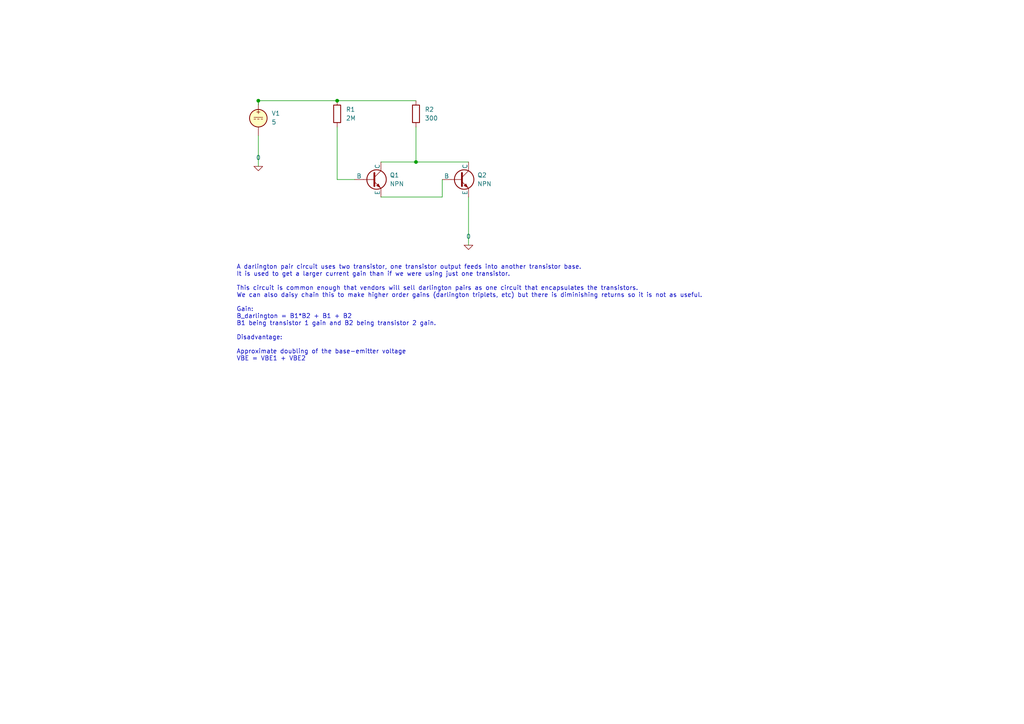
<source format=kicad_sch>
(kicad_sch (version 20230121) (generator eeschema)
  (paper "A4")
  (lib_symbols
    (symbol "Device:R" (pin_numbers hide) (pin_names (offset 0))
      (property "Reference" "R" (at 2.032 0 90))
      (property "Value" "R" (at 0 0 90))
      (symbol "R_0_1"
        (rectangle (start -1.016 -2.54) (end 1.016 2.54) (stroke (width 0.254)))
      )
      (symbol "R_1_1"
        (pin passive line (at 0 3.81 270) (length 1.27) (name "~") (number "1"))
        (pin passive line (at 0 -3.81 90) (length 1.27) (name "~") (number "2"))
      )
    )
    (symbol "Simulation_SPICE:0" (power) (pin_names (offset 0))
      (property "Value" "0" (at 0 -1.778 0))
      (symbol "0_0_1"
        (polyline (pts (xy -1.27 0) (xy 0 -1.27) (xy 1.27 0) (xy -1.27 0)))
      )
      (symbol "0_1_1"
        (pin power_in line (at 0 0 0) (length 0) hide (name "0") (number "1"))
      )
    )
    (symbol "Simulation_SPICE:NPN" (pin_numbers hide) (pin_names (offset 0))
      (property "Reference" "Q" (at -2.54 7.62 0))
      (property "Value" "NPN" (at -2.54 5.08 0))
      (symbol "NPN_0_1"
        (polyline (pts (xy -2.54 0) (xy 0.635 0)) (stroke (width 0.1524)))
        (polyline (pts (xy 0.635 0.635) (xy 2.54 2.54)))
        (polyline (pts (xy 2.794 -1.27) (xy 2.794 -1.27)) (stroke (width 0.1524)))
        (polyline (pts (xy 2.794 -1.27) (xy 2.794 -1.27)) (stroke (width 0.1524)))
        (polyline (pts (xy 0.635 -0.635) (xy 2.54 -2.54) (xy 2.54 -2.54)))
        (polyline (pts (xy 0.635 1.905) (xy 0.635 -1.905) (xy 0.635 -1.905)) (stroke (width 0.508)))
        (polyline (pts (xy 1.27 -1.778) (xy 1.778 -1.27) (xy 2.286 -2.286) (xy 1.27 -1.778) (xy 1.27 -1.778)) (fill (type outline)))
        (circle (center 1.27 0) (radius 2.8194) (stroke (width 0.254)))
      )
      (symbol "NPN_1_1"
        (pin open_collector line (at 2.54 5.08 270) (length 2.54) (name "C") (number "1"))
        (pin input line (at -5.08 0 0) (length 2.54) (name "B") (number "2"))
        (pin open_emitter line (at 2.54 -5.08 90) (length 2.54) (name "E") (number "3"))
      )
    )
    (symbol "Simulation_SPICE:VDC" (pin_numbers hide) (pin_names (offset 0.0254))
      (property "Reference" "V" (at 2.54 2.54 0))
      (property "Value" "1" (at 2.54 0 0))
      (symbol "VDC_0_0"
        (polyline (pts (xy -1.27 0.254) (xy 1.27 0.254)))
        (polyline (pts (xy -0.762 -0.254) (xy -1.27 -0.254)))
        (polyline (pts (xy 0.254 -0.254) (xy -0.254 -0.254)))
        (polyline (pts (xy 1.27 -0.254) (xy 0.762 -0.254)))
        (text "+" (at 0 1.905 0) (effects (font (size 1.27 1.27))))
      )
      (symbol "VDC_0_1"
        (circle (center 0 0) (radius 2.54) (stroke (width 0.254)) (fill (type background)))
      )
      (symbol "VDC_1_1"
        (pin passive line (at 0 5.08 270) (length 2.54) (name "~") (number "1"))
        (pin passive line (at 0 -5.08 90) (length 2.54) (name "~") (number "2"))
      )
    )
  )
  (junction (at 74.93 29.21))
  (junction (at 120.65 46.99))
  (junction (at 97.79 29.21))
  (wire (pts (xy 120.65 36.83) (xy 120.65 46.99)))
  (wire (pts (xy 135.89 57.15) (xy 135.89 71.12)))
  (wire (pts (xy 128.27 57.15) (xy 128.27 52.07)))
  (wire (pts (xy 97.79 52.07) (xy 102.87 52.07)))
  (wire (pts (xy 97.79 36.83) (xy 97.79 52.07)))
  (wire (pts (xy 110.49 57.15) (xy 128.27 57.15)))
  (wire (pts (xy 120.65 46.99) (xy 135.89 46.99)))
  (wire (pts (xy 74.93 39.37) (xy 74.93 48.26)))
  (wire (pts (xy 120.65 46.99) (xy 110.49 46.99)))
  (wire (pts (xy 97.79 29.21) (xy 120.65 29.21)))
  (wire (pts (xy 74.93 29.21) (xy 97.79 29.21)))
  (wire (pts (xy 74.93 29.21) (xy 74.93 30.48)))
  (text "A darlington pair circuit uses two transistor, one transistor output feeds into another transistor base.\nIt is used to get a larger current gain than if we were using just one transistor.\n\nThis circuit is common enough that vendors will sell darlington pairs as one circuit that encapsulates the transistors.\nWe can also daisy chain this to make higher order gains (darlington triplets, etc) but there is diminishing returns so it is not as useful.\n\nGain:\nB_darlington = B1*B2 + B1 + B2\nB1 being transistor 1 gain and B2 being transistor 2 gain.\n\nDisadvantage:\n\nApproximate doubling of the base-emitter voltage\nVBE = VBE1 + VBE2\n\n\n\n\n" (at 68.58 113.03 0) (effects (font (size 1.27 1.27)) (justify left bottom)))
  (symbol (lib_id "Device:R") (at 97.79 33.02 0) (unit 1)
    (property "Reference" "R1" (at 100.33 31.75 0) (effects (justify left)))
    (property "Value" "2M" (at 100.33 34.29 0) (effects (justify left)))
  )
  (symbol (lib_id "Device:R") (at 120.65 33.02 0) (unit 1)
    (property "Reference" "R2" (at 123.19 31.75 0) (effects (justify left)))
    (property "Value" "300" (at 123.19 34.29 0) (effects (justify left)))
  )
  (symbol (lib_id "Simulation_SPICE:NPN") (at 107.95 52.07 0) (unit 1)
    (property "Reference" "Q1" (at 113.03 50.8 0) (effects (justify left)))
    (property "Value" "NPN" (at 113.03 53.34 0) (effects (justify left)))
    (property "Sim.Device" "NPN" (effects hide))
    (property "Sim.Type" "GUMMELPOON" (effects hide))
    (property "Sim.Pins" "1=C 2=B 3=E" (effects hide))
  )
  (symbol (lib_id "Simulation_SPICE:NPN") (at 133.35 52.07 0) (unit 1)
    (property "Reference" "Q2" (at 138.43 50.8 0) (effects (justify left)))
    (property "Value" "NPN" (at 138.43 53.34 0) (effects (justify left)))
    (property "Sim.Device" "NPN" (effects hide))
    (property "Sim.Type" "GUMMELPOON" (effects hide))
    (property "Sim.Pins" "1=C 2=B 3=E" (effects hide))
  )
  (symbol (lib_id "Simulation_SPICE:VDC") (at 74.93 34.29 0) (unit 1)
    (property "Reference" "V1" (at 78.74 32.8902 0) (effects (justify left)))
    (property "Value" "5" (at 78.74 35.4302 0) (effects (justify left)))
    (property "Sim.Pins" "1=+ 2=-" (effects hide))
    (property "Sim.Type" "DC" (effects hide))
    (property "Sim.Device" "V" (effects hide))
  )
  (symbol (lib_id "Simulation_SPICE:0") (at 74.93 48.26 0) (unit 1)
    (property "Reference" "#GND01" (effects hide))
    (property "Value" "0" (at 74.93 45.72 0))
  )
  (symbol (lib_id "Simulation_SPICE:0") (at 135.89 71.12 0) (unit 1)
    (property "Reference" "#GND02" (effects hide))
    (property "Value" "0" (at 135.89 68.58 0))
  )
)
</source>
